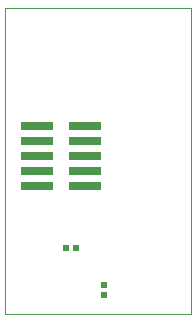
<source format=gtp>
G04 Layer_Color=8421504*
%FSLAX25Y25*%
%MOIN*%
G70*
G01*
G75*
%ADD10R,0.11000X0.03000*%
%ADD11R,0.02165X0.02362*%
%ADD12R,0.02362X0.02165*%
%ADD14C,0.00394*%
D10*
X1438500Y674500D02*
D03*
Y679500D02*
D03*
Y684500D02*
D03*
Y689500D02*
D03*
Y694500D02*
D03*
X1422516D02*
D03*
Y689500D02*
D03*
Y684500D02*
D03*
Y679500D02*
D03*
Y674500D02*
D03*
D11*
X1445000Y638327D02*
D03*
Y641673D02*
D03*
D12*
X1435673Y654000D02*
D03*
X1432327D02*
D03*
D14*
X1412000Y632000D02*
Y734000D01*
Y632000D02*
X1474000D01*
Y734000D01*
X1412000D02*
X1474000D01*
M02*

</source>
